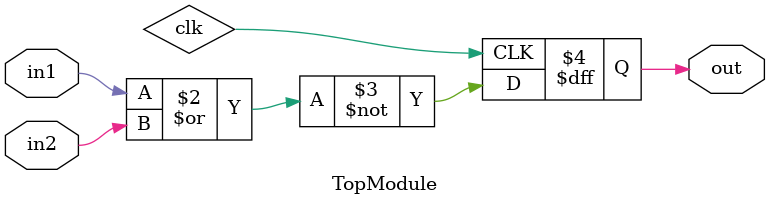
<source format=sv>


module TopModule (
  input in1,
  input in2,
  output logic out
);

always_ff @(posedge clk) begin
    out <= ~(in1 | in2);
end

endmodule

</source>
